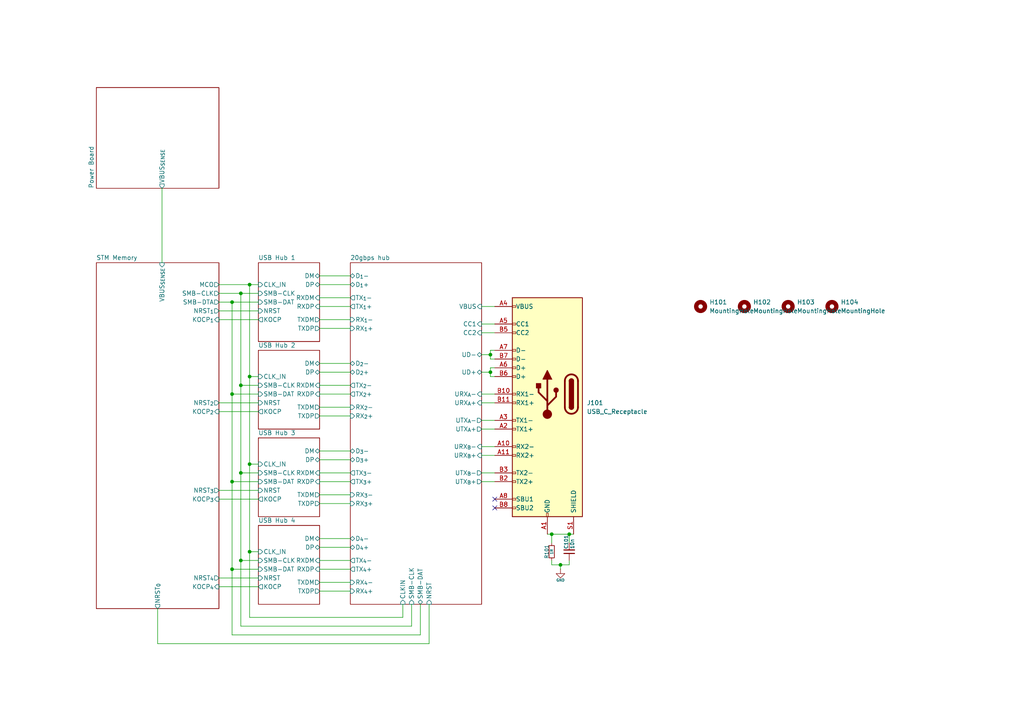
<source format=kicad_sch>
(kicad_sch (version 20250114) (generator "eeschema") (generator_version "9.0")
  (paper "A4")
  (lib_symbols
    (symbol "Bluesat:C_CompactV" (pin_numbers (hide yes)) (pin_names (offset 0.254) (hide yes))
      (property "Reference" "C" (at -0.889 0.762 90))
      (property "Value" "C_CompactV" (at 0.889 0.762 90))
      (symbol "C_CompactV_0_1"
        (polyline (pts (xy 1.524 0.508) (xy -1.524 0.508)) (stroke (width 0.3302)))
        (polyline (pts (xy 1.524 -0.508) (xy -1.524 -0.508)) (stroke (width 0.3048)))
      )
      (symbol "C_CompactV_1_1"
        (pin passive line (at 0 2.54 270) (length 2.032) (name "~") (number "2"))
        (pin passive line (at 0 -2.54 90) (length 2.032) (name "~") (number "1"))
      )
    )
    (symbol "Bluesat:R_CompactV" (pin_numbers (hide yes)) (pin_names (offset 0.254) (hide yes))
      (property "Reference" "R" (at -0.889 0 90))
      (property "Value" "R_CompactV" (at 0 0 90))
      (symbol "R_CompactV_0_1"
        (rectangle (start -0.762 1.778) (end 0.762 -1.778) (stroke (width 0.2032)))
      )
      (symbol "R_CompactV_1_1"
        (pin passive line (at 0 2.54 270) (length 0.762) (name "~") (number "1"))
        (pin passive line (at 0 -2.54 90) (length 0.762) (name "~") (number "2"))
      )
    )
    (symbol "Connector:USB_C_Receptacle" (pin_names (offset 1.016))
      (property "Reference" "J" (at -10.16 29.21 0))
      (property "Value" "USB_C_Receptacle" (at 10.16 29.21 0))
      (symbol "USB_C_Receptacle_0_0"
        (rectangle (start -0.254 -35.56) (end 0.254 -34.544))
        (rectangle (start 10.16 25.654) (end 9.144 25.146))
        (rectangle (start 10.16 20.574) (end 9.144 20.066))
        (rectangle (start 10.16 18.034) (end 9.144 17.526))
        (rectangle (start 10.16 12.954) (end 9.144 12.446))
        (rectangle (start 10.16 10.414) (end 9.144 9.906))
        (rectangle (start 10.16 7.874) (end 9.144 7.366))
        (rectangle (start 10.16 5.334) (end 9.144 4.826))
        (rectangle (start 10.16 0.254) (end 9.144 -0.254))
        (rectangle (start 10.16 -2.286) (end 9.144 -2.794))
        (rectangle (start 10.16 -7.366) (end 9.144 -7.874))
        (rectangle (start 10.16 -9.906) (end 9.144 -10.414))
        (rectangle (start 10.16 -14.986) (end 9.144 -15.494))
        (rectangle (start 10.16 -17.526) (end 9.144 -18.034))
        (rectangle (start 10.16 -22.606) (end 9.144 -23.114))
        (rectangle (start 10.16 -25.146) (end 9.144 -25.654))
        (rectangle (start 10.16 -30.226) (end 9.144 -30.734))
        (rectangle (start 10.16 -32.766) (end 9.144 -33.274))
      )
      (symbol "USB_C_Receptacle_0_1"
        (rectangle (start -10.16 27.94) (end 10.16 -35.56) (stroke (width 0.254)) (fill (type background)))
        (polyline (pts (xy -8.89 -3.81) (xy -8.89 3.81)) (stroke (width 0.508)))
        (rectangle (start -7.62 -3.81) (end -6.35 3.81) (stroke (width 0.254)) (fill (type outline)))
        (arc (start -7.62 3.81) (mid -6.985 4.4423) (end -6.35 3.81) (stroke (width 0.254)))
        (arc (start -7.62 3.81) (mid -6.985 4.4423) (end -6.35 3.81) (stroke (width 0.254)) (fill (type outline)))
        (arc (start -8.89 3.81) (mid -6.985 5.7067) (end -5.08 3.81) (stroke (width 0.508)))
        (arc (start -5.08 -3.81) (mid -6.985 -5.7067) (end -8.89 -3.81) (stroke (width 0.508)))
        (arc (start -6.35 -3.81) (mid -6.985 -4.4423) (end -7.62 -3.81) (stroke (width 0.254)))
        (arc (start -6.35 -3.81) (mid -6.985 -4.4423) (end -7.62 -3.81) (stroke (width 0.254)) (fill (type outline)))
        (polyline (pts (xy -5.08 3.81) (xy -5.08 -3.81)) (stroke (width 0.508)))
      )
      (symbol "USB_C_Receptacle_1_1"
        (circle (center -2.54 1.143) (radius 0.635) (stroke (width 0.254)) (fill (type outline)))
        (polyline (pts (xy -1.27 4.318) (xy 0 6.858) (xy 1.27 4.318) (xy -1.27 4.318)) (stroke (width 0.254)) (fill (type outline)))
        (polyline (pts (xy 0 -2.032) (xy 2.54 0.508) (xy 2.54 1.778)) (stroke (width 0.508)))
        (polyline (pts (xy 0 -3.302) (xy -2.54 -0.762) (xy -2.54 0.508)) (stroke (width 0.508)))
        (polyline (pts (xy 0 -5.842) (xy 0 4.318)) (stroke (width 0.508)))
        (circle (center 0 -5.842) (radius 1.27) (fill (type outline)))
        (rectangle (start 1.905 1.778) (end 3.175 3.048) (stroke (width 0.254)) (fill (type outline)))
        (pin passive line (at -7.62 -40.64 90) (length 5.08) (name "SHIELD") (number "S1"))
        (pin passive line (at 0 -40.64 90) (length 5.08) (name "GND") (number "A1"))
        (pin passive line (at 0 -40.64 90) (length 5.08) (hide yes) (name "GND") (number "A12"))
        (pin passive line (at 0 -40.64 90) (length 5.08) (hide yes) (name "GND") (number "B1"))
        (pin passive line (at 0 -40.64 90) (length 5.08) (hide yes) (name "GND") (number "B12"))
        (pin passive line (at 15.24 25.4 180) (length 5.08) (name "VBUS") (number "A4"))
        (pin passive line (at 15.24 25.4 180) (length 5.08) (hide yes) (name "VBUS") (number "A9"))
        (pin passive line (at 15.24 25.4 180) (length 5.08) (hide yes) (name "VBUS") (number "B4"))
        (pin passive line (at 15.24 25.4 180) (length 5.08) (hide yes) (name "VBUS") (number "B9"))
        (pin bidirectional line (at 15.24 20.32 180) (length 5.08) (name "CC1") (number "A5"))
        (pin bidirectional line (at 15.24 17.78 180) (length 5.08) (name "CC2") (number "B5"))
        (pin bidirectional line (at 15.24 12.7 180) (length 5.08) (name "D-") (number "A7"))
        (pin bidirectional line (at 15.24 10.16 180) (length 5.08) (name "D-") (number "B7"))
        (pin bidirectional line (at 15.24 7.62 180) (length 5.08) (name "D+") (number "A6"))
        (pin bidirectional line (at 15.24 5.08 180) (length 5.08) (name "D+") (number "B6"))
        (pin bidirectional line (at 15.24 0 180) (length 5.08) (name "RX1-") (number "B10"))
        (pin bidirectional line (at 15.24 -2.54 180) (length 5.08) (name "RX1+") (number "B11"))
        (pin bidirectional line (at 15.24 -7.62 180) (length 5.08) (name "TX1-") (number "A3"))
        (pin bidirectional line (at 15.24 -10.16 180) (length 5.08) (name "TX1+") (number "A2"))
        (pin bidirectional line (at 15.24 -15.24 180) (length 5.08) (name "RX2-") (number "A10"))
        (pin bidirectional line (at 15.24 -17.78 180) (length 5.08) (name "RX2+") (number "A11"))
        (pin bidirectional line (at 15.24 -22.86 180) (length 5.08) (name "TX2-") (number "B3"))
        (pin bidirectional line (at 15.24 -25.4 180) (length 5.08) (name "TX2+") (number "B2"))
        (pin bidirectional line (at 15.24 -30.48 180) (length 5.08) (name "SBU1") (number "A8"))
        (pin bidirectional line (at 15.24 -33.02 180) (length 5.08) (name "SBU2") (number "B8"))
      )
    )
    (symbol "Mechanical:MountingHole" (pin_names (offset 1.016)) (in_bom no)
      (property "Reference" "H" (at 0 5.08 0))
      (property "Value" "MountingHole" (at 0 3.175 0))
      (symbol "MountingHole_0_1"
        (circle (center 0 0) (radius 1.27) (stroke (width 1.27)))
      )
    )
    (symbol "power:GND" (power) (pin_numbers (hide yes)) (pin_names (offset 0) (hide yes))
      (property "Value" "GND" (at 0 -3.81 0))
      (symbol "GND_0_1"
        (polyline (pts (xy 0 0) (xy 0 -1.27) (xy 1.27 -1.27) (xy 0 -2.54) (xy -1.27 -1.27) (xy 0 -1.27)))
      )
      (symbol "GND_1_1"
        (pin power_in line (at 0 0 270) (length 0) (name "~") (number "1"))
      )
    )
  )
  (junction (at 69.85 85.09))
  (junction (at 72.39 82.55))
  (junction (at 142.24 107.95))
  (junction (at 67.31 87.63))
  (junction (at 160.02 154.94))
  (junction (at 67.31 114.3))
  (junction (at 72.39 109.22))
  (junction (at 67.31 165.1))
  (junction (at 67.31 139.7))
  (junction (at 142.24 102.87))
  (junction (at 69.85 162.56))
  (junction (at 69.85 111.76))
  (junction (at 162.56 163.83))
  (junction (at 72.39 160.02))
  (junction (at 165.1 154.94))
  (junction (at 72.39 134.62))
  (junction (at 69.85 137.16))
  (no_connect (at 143.51 144.78))
  (no_connect (at 143.51 147.32))
  (wire (pts (xy 92.71 82.55) (xy 101.6 82.55)))
  (wire (pts (xy 139.7 96.52) (xy 143.51 96.52)))
  (wire (pts (xy 92.71 80.01) (xy 101.6 80.01)))
  (wire (pts (xy 142.24 102.87) (xy 142.24 104.14)))
  (wire (pts (xy 72.39 160.02) (xy 72.39 179.07)))
  (wire (pts (xy 92.71 118.11) (xy 101.6 118.11)))
  (wire (pts (xy 143.51 106.68) (xy 142.24 106.68)))
  (wire (pts (xy 92.71 88.9) (xy 101.6 88.9)))
  (wire (pts (xy 139.7 139.7) (xy 143.51 139.7)))
  (wire (pts (xy 67.31 114.3) (xy 67.31 139.7)))
  (wire (pts (xy 92.71 111.76) (xy 101.6 111.76)))
  (wire (pts (xy 45.72 186.69) (xy 124.46 186.69)))
  (wire (pts (xy 92.71 120.65) (xy 101.6 120.65)))
  (wire (pts (xy 92.71 139.7) (xy 101.6 139.7)))
  (wire (pts (xy 63.5 119.38) (xy 74.93 119.38)))
  (wire (pts (xy 67.31 165.1) (xy 74.93 165.1)))
  (wire (pts (xy 92.71 105.41) (xy 101.6 105.41)))
  (wire (pts (xy 72.39 109.22) (xy 74.93 109.22)))
  (wire (pts (xy 143.51 101.6) (xy 142.24 101.6)))
  (wire (pts (xy 92.71 171.45) (xy 101.6 171.45)))
  (wire (pts (xy 139.7 102.87) (xy 142.24 102.87)))
  (wire (pts (xy 92.71 92.71) (xy 101.6 92.71)))
  (wire (pts (xy 92.71 168.91) (xy 101.6 168.91)))
  (wire (pts (xy 124.46 186.69) (xy 124.46 175.26)))
  (wire (pts (xy 92.71 130.81) (xy 101.6 130.81)))
  (wire (pts (xy 67.31 165.1) (xy 67.31 184.15)))
  (wire (pts (xy 142.24 104.14) (xy 143.51 104.14)))
  (wire (pts (xy 162.56 163.83) (xy 162.56 165.1)))
  (wire (pts (xy 139.7 132.08) (xy 143.51 132.08)))
  (wire (pts (xy 67.31 139.7) (xy 67.31 165.1)))
  (wire (pts (xy 142.24 106.68) (xy 142.24 107.95)))
  (wire (pts (xy 72.39 179.07) (xy 116.84 179.07)))
  (wire (pts (xy 139.7 88.9) (xy 143.51 88.9)))
  (wire (pts (xy 69.85 111.76) (xy 69.85 137.16)))
  (wire (pts (xy 139.7 114.3) (xy 143.51 114.3)))
  (wire (pts (xy 72.39 82.55) (xy 72.39 109.22)))
  (wire (pts (xy 67.31 139.7) (xy 74.93 139.7)))
  (wire (pts (xy 67.31 184.15) (xy 121.92 184.15)))
  (wire (pts (xy 46.99 54.61) (xy 46.99 76.2)))
  (wire (pts (xy 69.85 162.56) (xy 69.85 181.61)))
  (wire (pts (xy 69.85 85.09) (xy 74.93 85.09)))
  (wire (pts (xy 72.39 134.62) (xy 72.39 160.02)))
  (wire (pts (xy 139.7 93.98) (xy 143.51 93.98)))
  (wire (pts (xy 158.75 154.94) (xy 160.02 154.94)))
  (wire (pts (xy 69.85 85.09) (xy 69.85 111.76)))
  (wire (pts (xy 92.71 143.51) (xy 101.6 143.51)))
  (wire (pts (xy 92.71 158.75) (xy 101.6 158.75)))
  (wire (pts (xy 165.1 162.56) (xy 165.1 163.83)))
  (wire (pts (xy 69.85 137.16) (xy 74.93 137.16)))
  (wire (pts (xy 139.7 121.92) (xy 143.51 121.92)))
  (wire (pts (xy 63.5 90.17) (xy 74.93 90.17)))
  (wire (pts (xy 92.71 133.35) (xy 101.6 133.35)))
  (wire (pts (xy 63.5 167.64) (xy 74.93 167.64)))
  (wire (pts (xy 139.7 116.84) (xy 143.51 116.84)))
  (wire (pts (xy 92.71 165.1) (xy 101.6 165.1)))
  (wire (pts (xy 92.71 156.21) (xy 101.6 156.21)))
  (wire (pts (xy 63.5 82.55) (xy 72.39 82.55)))
  (wire (pts (xy 63.5 144.78) (xy 74.93 144.78)))
  (wire (pts (xy 139.7 137.16) (xy 143.51 137.16)))
  (wire (pts (xy 160.02 157.48) (xy 160.02 154.94)))
  (wire (pts (xy 92.71 137.16) (xy 101.6 137.16)))
  (wire (pts (xy 63.5 170.18) (xy 74.93 170.18)))
  (wire (pts (xy 67.31 87.63) (xy 74.93 87.63)))
  (wire (pts (xy 139.7 107.95) (xy 142.24 107.95)))
  (wire (pts (xy 165.1 154.94) (xy 165.1 157.48)))
  (wire (pts (xy 121.92 184.15) (xy 121.92 175.26)))
  (wire (pts (xy 72.39 109.22) (xy 72.39 134.62)))
  (wire (pts (xy 92.71 114.3) (xy 101.6 114.3)))
  (wire (pts (xy 165.1 154.94) (xy 166.37 154.94)))
  (wire (pts (xy 72.39 82.55) (xy 74.93 82.55)))
  (wire (pts (xy 142.24 101.6) (xy 142.24 102.87)))
  (wire (pts (xy 72.39 160.02) (xy 74.93 160.02)))
  (wire (pts (xy 45.72 176.53) (xy 45.72 186.69)))
  (wire (pts (xy 116.84 179.07) (xy 116.84 175.26)))
  (wire (pts (xy 143.51 109.22) (xy 142.24 109.22)))
  (wire (pts (xy 69.85 162.56) (xy 74.93 162.56)))
  (wire (pts (xy 160.02 162.56) (xy 160.02 163.83)))
  (wire (pts (xy 92.71 95.25) (xy 101.6 95.25)))
  (wire (pts (xy 162.56 163.83) (xy 165.1 163.83)))
  (wire (pts (xy 72.39 134.62) (xy 74.93 134.62)))
  (wire (pts (xy 63.5 87.63) (xy 67.31 87.63)))
  (wire (pts (xy 67.31 114.3) (xy 74.93 114.3)))
  (wire (pts (xy 92.71 146.05) (xy 101.6 146.05)))
  (wire (pts (xy 139.7 129.54) (xy 143.51 129.54)))
  (wire (pts (xy 92.71 162.56) (xy 101.6 162.56)))
  (wire (pts (xy 63.5 85.09) (xy 69.85 85.09)))
  (wire (pts (xy 63.5 142.24) (xy 74.93 142.24)))
  (wire (pts (xy 119.38 181.61) (xy 119.38 175.26)))
  (wire (pts (xy 160.02 154.94) (xy 165.1 154.94)))
  (wire (pts (xy 92.71 107.95) (xy 101.6 107.95)))
  (wire (pts (xy 160.02 163.83) (xy 162.56 163.83)))
  (wire (pts (xy 69.85 137.16) (xy 69.85 162.56)))
  (wire (pts (xy 92.71 86.36) (xy 101.6 86.36)))
  (wire (pts (xy 69.85 181.61) (xy 119.38 181.61)))
  (wire (pts (xy 139.7 124.46) (xy 143.51 124.46)))
  (wire (pts (xy 142.24 107.95) (xy 142.24 109.22)))
  (wire (pts (xy 63.5 116.84) (xy 74.93 116.84)))
  (wire (pts (xy 63.5 92.71) (xy 74.93 92.71)))
  (wire (pts (xy 69.85 111.76) (xy 74.93 111.76)))
  (wire (pts (xy 67.31 87.63) (xy 67.31 114.3)))
  (symbol (lib_id "Bluesat:R_CompactV") (at 160.02 160.02 0) (mirror x) (unit 1)
    (property "Reference" "R101" (at 159.131 160.02 90) (effects (font (size 1.016 1.016)) (justify bottom)))
    (property "Value" "1R" (at 160.02 160.02 90) (effects (font (size 0.762 0.762))))
    (property "Footprint" "Resistor_SMD:R_0402_1005Metric" (effects (hide yes)))
    (property "Description" "Resistor, compact symbol" (effects (hide yes)))
  )
  (symbol (lib_id "Mechanical:MountingHole") (at 203.2 88.9 0) (unit 1) (in_bom no)
    (property "Reference" "H101" (at 205.74 87.6299 0) (effects (justify left)))
    (property "Value" "MountingHole" (at 205.74 90.1699 0) (effects (justify left)))
    (property "Footprint" "Bluesat:M2.5" (effects (hide yes)))
    (property "Description" "Mounting Hole without connection" (effects (hide yes)))
  )
  (symbol (lib_id "power:GND") (at 162.56 165.1 0) (mirror y) (unit 1)
    (property "Reference" "#PWR0101" (effects (hide yes)))
    (property "Value" "GND" (at 162.56 168.275 0) (effects (font (size 0.762 0.762))))
    (property "Description" "Power symbol creates a global label with name \"GND\" , ground" (effects (hide yes)))
  )
  (symbol (lib_id "Mechanical:MountingHole") (at 241.3 88.9 0) (unit 1) (in_bom no)
    (property "Reference" "H104" (at 243.84 87.6299 0) (effects (justify left)))
    (property "Value" "MountingHole" (at 243.84 90.1699 0) (effects (justify left)))
    (property "Footprint" "Bluesat:M2.5" (effects (hide yes)))
    (property "Description" "Mounting Hole without connection" (effects (hide yes)))
  )
  (symbol (lib_id "Bluesat:C_CompactV") (at 165.1 160.02 0) (unit 1)
    (property "Reference" "C101" (at 164.211 159.258 90) (effects (font (size 1.016 1.016)) (justify left)))
    (property "Value" "10n" (at 165.989 159.258 90) (effects (font (size 1.016 1.016)) (justify left)))
    (property "Footprint" "Capacitor_SMD:C_0402_1005Metric" (effects (hide yes)))
    (property "Description" "Unpolarized capacitor, compact symbol" (effects (hide yes)))
  )
  (symbol (lib_id "Mechanical:MountingHole") (at 228.6 88.9 0) (unit 1) (in_bom no)
    (property "Reference" "H103" (at 231.14 87.6299 0) (effects (justify left)))
    (property "Value" "MountingHole" (at 231.14 90.1699 0) (effects (justify left)))
    (property "Footprint" "Bluesat:M2.5" (effects (hide yes)))
    (property "Description" "Mounting Hole without connection" (effects (hide yes)))
  )
  (symbol (lib_id "Connector:USB_C_Receptacle") (at 158.75 114.3 0) (mirror y) (unit 1)
    (property "Reference" "J101" (at 170.18 116.8399 0) (effects (justify right)))
    (property "Value" "USB_C_Receptacle" (at 170.18 119.3799 0) (effects (justify right)))
    (property "Footprint" "Bluesat:USB_C_Receptacle_24P" (effects (hide yes)))
    (property "Datasheet" "https://www.usb.org/sites/default/files/documents/usb_type-c.zip" (effects (hide yes)))
    (property "Description" "USB Full-Featured Type-C Receptacle connector" (effects (hide yes)))
  )
  (symbol (lib_id "Mechanical:MountingHole") (at 215.9 88.9 0) (unit 1) (in_bom no)
    (property "Reference" "H102" (at 218.44 87.6299 0) (effects (justify left)))
    (property "Value" "MountingHole" (at 218.44 90.1699 0) (effects (justify left)))
    (property "Footprint" "Bluesat:M2.5" (effects (hide yes)))
    (property "Description" "Mounting Hole without connection" (effects (hide yes)))
  )
  (sheet (at 74.93 76.2) (size 17.78 22.86) (stroke (width 0.1524))
    (property "Sheetname" "USB Hub 1" (at 74.93 75.4884 0) (effects (justify left bottom)))
    (property "Sheetfile" "usb-hub1.kicad_sch" (effects (hide yes)))
    (pin "CLK_IN" input (at 74.93 82.55 180))
    (pin "SMB-CLK" input (at 74.93 85.09 180))
    (pin "SMB-DAT" input (at 74.93 87.63 180))
    (pin "DM" bidirectional (at 92.71 80.01 0))
    (pin "DP" bidirectional (at 92.71 82.55 0))
    (pin "NRST" input (at 74.93 90.17 180))
    (pin "RXDM" input (at 92.71 86.36 0))
    (pin "RXDP" input (at 92.71 88.9 0))
    (pin "TXDM" output (at 92.71 92.71 0))
    (pin "TXDP" output (at 92.71 95.25 0))
    (pin "KOCP" output (at 74.93 92.71 180))
  )
  (sheet (at 74.93 152.4) (size 17.78 22.86) (stroke (width 0.1524))
    (property "Sheetname" "USB Hub 4" (at 74.93 151.6884 0) (effects (justify left bottom)))
    (property "Sheetfile" "usb-hub1.kicad_sch" (effects (hide yes)))
    (pin "CLK_IN" input (at 74.93 160.02 180))
    (pin "SMB-CLK" input (at 74.93 162.56 180))
    (pin "SMB-DAT" input (at 74.93 165.1 180))
    (pin "DM" bidirectional (at 92.71 156.21 0))
    (pin "DP" bidirectional (at 92.71 158.75 0))
    (pin "KOCP" output (at 74.93 170.18 180))
    (pin "NRST" input (at 74.93 167.64 180))
    (pin "RXDM" input (at 92.71 162.56 0))
    (pin "RXDP" input (at 92.71 165.1 0))
    (pin "TXDM" output (at 92.71 168.91 0))
    (pin "TXDP" output (at 92.71 171.45 0))
  )
  (sheet (at 74.93 127) (size 17.78 22.86) (stroke (width 0.1524))
    (property "Sheetname" "USB Hub 3" (at 74.93 126.2884 0) (effects (justify left bottom)))
    (property "Sheetfile" "usb-hub1.kicad_sch" (effects (hide yes)))
    (pin "CLK_IN" input (at 74.93 134.62 180))
    (pin "SMB-CLK" input (at 74.93 137.16 180))
    (pin "SMB-DAT" input (at 74.93 139.7 180))
    (pin "DM" bidirectional (at 92.71 130.81 0))
    (pin "DP" bidirectional (at 92.71 133.35 0))
    (pin "KOCP" output (at 74.93 144.78 180))
    (pin "NRST" input (at 74.93 142.24 180))
    (pin "RXDM" input (at 92.71 137.16 0))
    (pin "RXDP" input (at 92.71 139.7 0))
    (pin "TXDM" output (at 92.71 143.51 0))
    (pin "TXDP" output (at 92.71 146.05 0))
  )
  (sheet (at 27.94 76.2) (size 35.56 100.33) (stroke (width 0.1524))
    (property "Sheetname" "STM Memory" (at 27.94 75.4884 0) (effects (justify left bottom)))
    (property "Sheetfile" "STM_memory.kicad_sch" (effects (hide yes)))
    (pin "MCO" output (at 63.5 82.55 0))
    (pin "SMB-CLK" output (at 63.5 85.09 0))
    (pin "SMB-DTA" output (at 63.5 87.63 0))
    (pin "VBUS_{SENSE}" input (at 46.99 76.2 90))
    (pin "NRST_{0}" output (at 45.72 176.53 270))
    (pin "NRST_{1}" output (at 63.5 90.17 0))
    (pin "NRST_{2}" output (at 63.5 116.84 0))
    (pin "NRST_{3}" output (at 63.5 142.24 0))
    (pin "NRST_{4}" output (at 63.5 167.64 0))
    (pin "KOCP_{1}" input (at 63.5 92.71 0))
    (pin "KOCP_{2}" input (at 63.5 119.38 0))
    (pin "KOCP_{3}" input (at 63.5 144.78 0))
    (pin "KOCP_{4}" input (at 63.5 170.18 0))
  )
  (sheet (at 101.6 76.2) (size 38.1 99.06) (stroke (width 0.1524))
    (property "Sheetname" "20gbps hub" (at 101.6 75.4884 0) (effects (justify left bottom)))
    (property "Sheetfile" "connectors.kicad_sch" (effects (hide yes)))
    (pin "CC1" input (at 139.7 93.98 0))
    (pin "CC2" input (at 139.7 96.52 0))
    (pin "CLKIN" input (at 116.84 175.26 270))
    (pin "NRST" input (at 124.46 175.26 270))
    (pin "SMB-CLK" input (at 119.38 175.26 270))
    (pin "SMB-DAT" bidirectional (at 121.92 175.26 270))
    (pin "VBUS" input (at 139.7 88.9 0))
    (pin "RX_{1}+" input (at 101.6 95.25 180))
    (pin "RX_{1}-" input (at 101.6 92.71 180))
    (pin "TX_{1}+" output (at 101.6 88.9 180))
    (pin "TX_{1}-" output (at 101.6 86.36 180))
    (pin "RX_{2}+" input (at 101.6 120.65 180))
    (pin "RX_{2}-" input (at 101.6 118.11 180))
    (pin "TX_{2}+" output (at 101.6 114.3 180))
    (pin "TX_{2}-" output (at 101.6 111.76 180))
    (pin "RX_{3}+" input (at 101.6 146.05 180))
    (pin "RX_{3}-" input (at 101.6 143.51 180))
    (pin "TX_{3}+" output (at 101.6 139.7 180))
    (pin "TX_{3}-" output (at 101.6 137.16 180))
    (pin "RX_{4}+" input (at 101.6 171.45 180))
    (pin "RX_{4}-" input (at 101.6 168.91 180))
    (pin "TX_{4}+" output (at 101.6 165.1 180))
    (pin "TX_{4}-" output (at 101.6 162.56 180))
    (pin "D_{1}+" bidirectional (at 101.6 82.55 180))
    (pin "D_{1}-" bidirectional (at 101.6 80.01 180))
    (pin "D_{2}+" bidirectional (at 101.6 107.95 180))
    (pin "D_{2}-" bidirectional (at 101.6 105.41 180))
    (pin "D_{3}+" bidirectional (at 101.6 133.35 180))
    (pin "D_{3}-" bidirectional (at 101.6 130.81 180))
    (pin "D_{4}+" bidirectional (at 101.6 158.75 180))
    (pin "D_{4}-" bidirectional (at 101.6 156.21 180))
    (pin "UD+" bidirectional (at 139.7 107.95 0))
    (pin "UD-" bidirectional (at 139.7 102.87 0))
    (pin "URX_{B}+" input (at 139.7 132.08 0))
    (pin "URX_{B}-" input (at 139.7 129.54 0))
    (pin "UTX_{B}+" output (at 139.7 139.7 0))
    (pin "UTX_{B}-" output (at 139.7 137.16 0))
    (pin "URX_{A}+" input (at 139.7 116.84 0))
    (pin "URX_{A}-" input (at 139.7 114.3 0))
    (pin "UTX_{A}+" output (at 139.7 124.46 0))
    (pin "UTX_{A}-" output (at 139.7 121.92 0))
  )
  (sheet (at 27.94 25.4) (size 35.56 29.21) (stroke (width 0.1524))
    (property "Sheetname" "Power Board" (at 27.2284 54.61 90) (effects (justify left bottom)))
    (property "Sheetfile" "powerboard.kicad_sch" (effects (hide yes)))
    (pin "VBUS_{SENSE}" output (at 46.99 54.61 270))
  )
  (sheet (at 74.93 101.6) (size 17.78 22.86) (stroke (width 0.1524))
    (property "Sheetname" "USB Hub 2" (at 74.93 100.8884 0) (effects (justify left bottom)))
    (property "Sheetfile" "usb-hub1.kicad_sch" (effects (hide yes)))
    (pin "CLK_IN" input (at 74.93 109.22 180))
    (pin "SMB-CLK" input (at 74.93 111.76 180))
    (pin "SMB-DAT" input (at 74.93 114.3 180))
    (pin "DM" bidirectional (at 92.71 105.41 0))
    (pin "DP" bidirectional (at 92.71 107.95 0))
    (pin "KOCP" output (at 74.93 119.38 180))
    (pin "NRST" input (at 74.93 116.84 180))
    (pin "RXDM" input (at 92.71 111.76 0))
    (pin "RXDP" input (at 92.71 114.3 0))
    (pin "TXDM" output (at 92.71 118.11 0))
    (pin "TXDP" output (at 92.71 120.65 0))
  )
)
</source>
